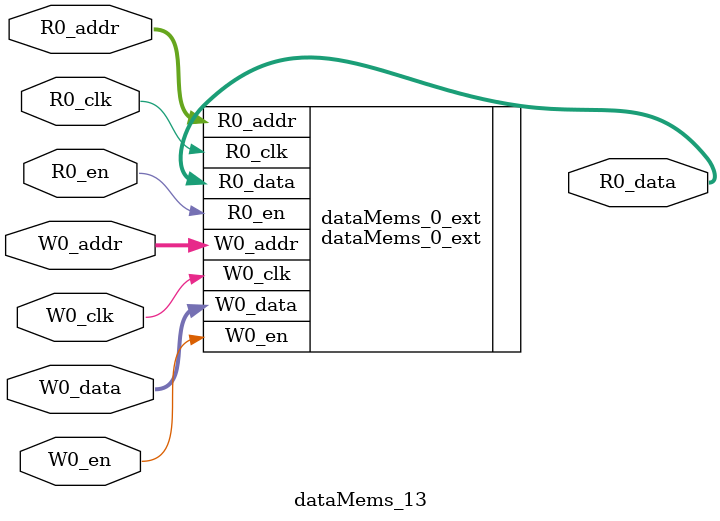
<source format=sv>
`ifndef RANDOMIZE
  `ifdef RANDOMIZE_REG_INIT
    `define RANDOMIZE
  `endif // RANDOMIZE_REG_INIT
`endif // not def RANDOMIZE
`ifndef RANDOMIZE
  `ifdef RANDOMIZE_MEM_INIT
    `define RANDOMIZE
  `endif // RANDOMIZE_MEM_INIT
`endif // not def RANDOMIZE

`ifndef RANDOM
  `define RANDOM $random
`endif // not def RANDOM

// Users can define 'PRINTF_COND' to add an extra gate to prints.
`ifndef PRINTF_COND_
  `ifdef PRINTF_COND
    `define PRINTF_COND_ (`PRINTF_COND)
  `else  // PRINTF_COND
    `define PRINTF_COND_ 1
  `endif // PRINTF_COND
`endif // not def PRINTF_COND_

// Users can define 'ASSERT_VERBOSE_COND' to add an extra gate to assert error printing.
`ifndef ASSERT_VERBOSE_COND_
  `ifdef ASSERT_VERBOSE_COND
    `define ASSERT_VERBOSE_COND_ (`ASSERT_VERBOSE_COND)
  `else  // ASSERT_VERBOSE_COND
    `define ASSERT_VERBOSE_COND_ 1
  `endif // ASSERT_VERBOSE_COND
`endif // not def ASSERT_VERBOSE_COND_

// Users can define 'STOP_COND' to add an extra gate to stop conditions.
`ifndef STOP_COND_
  `ifdef STOP_COND
    `define STOP_COND_ (`STOP_COND)
  `else  // STOP_COND
    `define STOP_COND_ 1
  `endif // STOP_COND
`endif // not def STOP_COND_

// Users can define INIT_RANDOM as general code that gets injected into the
// initializer block for modules with registers.
`ifndef INIT_RANDOM
  `define INIT_RANDOM
`endif // not def INIT_RANDOM

// If using random initialization, you can also define RANDOMIZE_DELAY to
// customize the delay used, otherwise 0.002 is used.
`ifndef RANDOMIZE_DELAY
  `define RANDOMIZE_DELAY 0.002
`endif // not def RANDOMIZE_DELAY

// Define INIT_RANDOM_PROLOG_ for use in our modules below.
`ifndef INIT_RANDOM_PROLOG_
  `ifdef RANDOMIZE
    `ifdef VERILATOR
      `define INIT_RANDOM_PROLOG_ `INIT_RANDOM
    `else  // VERILATOR
      `define INIT_RANDOM_PROLOG_ `INIT_RANDOM #`RANDOMIZE_DELAY begin end
    `endif // VERILATOR
  `else  // RANDOMIZE
    `define INIT_RANDOM_PROLOG_
  `endif // RANDOMIZE
`endif // not def INIT_RANDOM_PROLOG_

// Include register initializers in init blocks unless synthesis is set
`ifndef SYNTHESIS
  `ifndef ENABLE_INITIAL_REG_
    `define ENABLE_INITIAL_REG_
  `endif // not def ENABLE_INITIAL_REG_
`endif // not def SYNTHESIS

// Include rmemory initializers in init blocks unless synthesis is set
`ifndef SYNTHESIS
  `ifndef ENABLE_INITIAL_MEM_
    `define ENABLE_INITIAL_MEM_
  `endif // not def ENABLE_INITIAL_MEM_
`endif // not def SYNTHESIS

module dataMems_13(	// @[generators/ara/src/main/scala/UnsafeAXI4ToTL.scala:365:62]
  input  [4:0]   R0_addr,
  input          R0_en,
  input          R0_clk,
  output [130:0] R0_data,
  input  [4:0]   W0_addr,
  input          W0_en,
  input          W0_clk,
  input  [130:0] W0_data
);

  dataMems_0_ext dataMems_0_ext (	// @[generators/ara/src/main/scala/UnsafeAXI4ToTL.scala:365:62]
    .R0_addr (R0_addr),
    .R0_en   (R0_en),
    .R0_clk  (R0_clk),
    .R0_data (R0_data),
    .W0_addr (W0_addr),
    .W0_en   (W0_en),
    .W0_clk  (W0_clk),
    .W0_data (W0_data)
  );
endmodule


</source>
